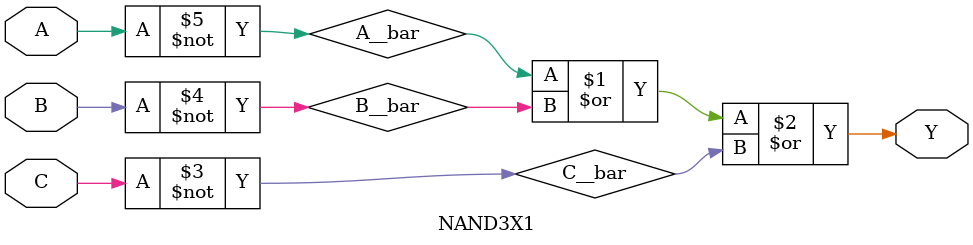
<source format=v>
`timescale 1ns/10ps
`celldefine
module NAND3X1 (Y, A, B, C);
	output Y;
	input A, B, C;

	// Function
	wire A__bar, B__bar, C__bar;

	not (C__bar, C);
	not (B__bar, B);
	not (A__bar, A);
	or (Y, A__bar, B__bar, C__bar);

	// Timing
	specify
		(A => Y) = 0;
		(B => Y) = 0;
		(C => Y) = 0;
	endspecify
endmodule
`endcelldefine


</source>
